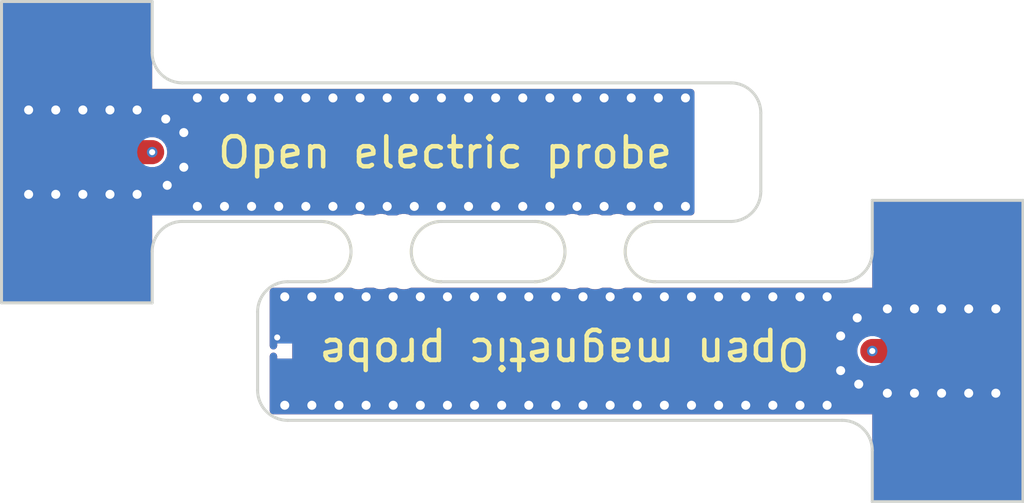
<source format=kicad_pcb>
(kicad_pcb (version 20221018) (generator pcbnew)
  (layers (0 "F.Cu" signal) (1 "In1.Cu" signal) (2 "In2.Cu" signal) (31 "B.Cu" signal) (34 "B.Paste" user) (35 "F.Paste" user) (36 "B.SilkS" user "B.Silkscreen") (37 "F.SilkS" user "F.Silkscreen") (38 "B.Mask" user) (39 "F.Mask" user) (44 "Edge.Cuts" user))
  (net 0 "")
  (net 1 "GND")
  (footprint "Library:mouse-bite-2mm-slot" (layer "F.Cu") (at 137.6 103.3)
    (fp_text reference "mouse-bite-2mm-slot" hide)
    (fp_text value "VAL**" hide)
    (fp_arc (start -2 -1) (mid -1 0) (end -2 1) (stroke (width 0.1)) (layer "F.SilkS"))
    (fp_arc (start 2 1) (mid 1 0) (end 2 -1) (stroke (width 0.1)) (layer "F.SilkS"))
    (pad "" np_thru_hole circle (at -0.75 -0.75) (size 0.5 0.5) (drill 0.5) (layers "*.Cu" "*.Mask"))
    (pad "" np_thru_hole circle (at -0.75 0.75) (size 0.5 0.5) (drill 0.5) (layers "*.Cu" "*.Mask"))
    (pad "" np_thru_hole circle (at 0 -0.75) (size 0.5 0.5) (drill 0.5) (layers "*.Cu" "*.Mask"))
    (pad "" np_thru_hole circle (at 0 0.75) (size 0.5 0.5) (drill 0.5) (layers "*.Cu" "*.Mask"))
    (pad "" np_thru_hole circle (at 0.75 -0.75) (size 0.5 0.5) (drill 0.5) (layers "*.Cu" "*.Mask"))
    (pad "" np_thru_hole circle (at 0.75 0.75) (size 0.5 0.5) (drill 0.5) (layers "*.Cu" "*.Mask"))
  )
  (footprint "Library:mouse-bite-2mm-slot" (layer "F.Cu") (at 144.7 103.3)
    (fp_text reference "mouse-bite-2mm-slot" hide)
    (fp_text value "VAL**" hide)
    (fp_arc (start -2 -1) (mid -1 0) (end -2 1) (stroke (width 0.1)) (layer "F.SilkS"))
    (fp_arc (start 2 1) (mid 1 0) (end 2 -1) (stroke (width 0.1)) (layer "F.SilkS"))
    (pad "" np_thru_hole circle (at -0.75 -0.75) (size 0.5 0.5) (drill 0.5) (layers "*.Cu" "*.Mask"))
    (pad "" np_thru_hole circle (at -0.75 0.75) (size 0.5 0.5) (drill 0.5) (layers "*.Cu" "*.Mask"))
    (pad "" np_thru_hole circle (at 0 -0.75) (size 0.5 0.5) (drill 0.5) (layers "*.Cu" "*.Mask"))
    (pad "" np_thru_hole circle (at 0 0.75) (size 0.5 0.5) (drill 0.5) (layers "*.Cu" "*.Mask"))
    (pad "" np_thru_hole circle (at 0.75 -0.75) (size 0.5 0.5) (drill 0.5) (layers "*.Cu" "*.Mask"))
    (pad "" np_thru_hole circle (at 0.75 0.75) (size 0.5 0.5) (drill 0.5) (layers "*.Cu" "*.Mask"))
  )
  (gr_line (start 150.2 98.7) (end 150.2 101.3) (stroke (width 0.1)) (layer "Edge.Cuts"))
  (gr_line (start 134.5 104.3) (end 135.6 104.3) (stroke (width 0.1)) (layer "Edge.Cuts"))
  (gr_line (start 149.2 102.3) (end 146.7 102.3) (stroke (width 0.1)) (layer "Edge.Cuts"))
  (gr_line (start 158.9 101.6) (end 158.9 106.6) (stroke (width 0.1)) (layer "Edge.Cuts"))
  (gr_arc (start 153.9 103.3) (mid 153.607107 104.007107) (end 152.9 104.3) (stroke (width 0.1)) (layer "Edge.Cuts"))
  (gr_line (start 139.6 104.3) (end 142.7 104.3) (stroke (width 0.1)) (layer "Edge.Cuts"))
  (gr_line (start 130 105) (end 130 103.3) (stroke (width 0.1)) (layer "Edge.Cuts"))
  (gr_arc (start 149.2 97.7) (mid 149.907107 97.992893) (end 150.2 98.7) (stroke (width 0.1)) (layer "Edge.Cuts"))
  (gr_line (start 133.5 105.3) (end 133.5 107.9) (stroke (width 0.1)) (layer "Edge.Cuts"))
  (gr_line (start 125 105) (end 125 100) (stroke (width 0.1)) (layer "Edge.Cuts"))
  (gr_line (start 152.9 104.3) (end 149.5 104.3) (stroke (width 0.1)) (layer "Edge.Cuts"))
  (gr_arc (start 146.7 104.3) (mid 145.7 103.3) (end 146.7 102.3) (stroke (width 0.1)) (layer "Edge.Cuts"))
  (gr_line (start 153.9 101.6) (end 158.9 101.6) (stroke (width 0.1)) (layer "Edge.Cuts"))
  (gr_line (start 153.9 103.3) (end 153.9 101.6) (stroke (width 0.1)) (layer "Edge.Cuts"))
  (gr_line (start 125 100) (end 125 95) (stroke (width 0.1)) (layer "Edge.Cuts"))
  (gr_line (start 149.5 104.3) (end 146.7 104.3) (stroke (width 0.1)) (layer "Edge.Cuts"))
  (gr_line (start 158.9 106.6) (end 158.9 111.6) (stroke (width 0.1)) (layer "Edge.Cuts"))
  (gr_arc (start 131 97.7) (mid 130.292893 97.407107) (end 130 96.7) (stroke (width 0.1)) (layer "Edge.Cuts"))
  (gr_arc (start 150.2 101.3) (mid 149.907107 102.007107) (end 149.2 102.3) (stroke (width 0.1)) (layer "Edge.Cuts"))
  (gr_arc (start 133.5 105.3) (mid 133.792893 104.592893) (end 134.5 104.3) (stroke (width 0.1)) (layer "Edge.Cuts"))
  (gr_arc (start 135.6 102.3) (mid 136.6 103.3) (end 135.6 104.3) (stroke (width 0.1)) (layer "Edge.Cuts"))
  (gr_line (start 158.9 111.6) (end 153.9 111.6) (stroke (width 0.1)) (layer "Edge.Cuts"))
  (gr_line (start 130 95) (end 130 96.7) (stroke (width 0.1)) (layer "Edge.Cuts"))
  (gr_arc (start 142.7 102.3) (mid 143.7 103.3) (end 142.7 104.3) (stroke (width 0.1)) (layer "Edge.Cuts"))
  (gr_line (start 125 95) (end 130 95) (stroke (width 0.1)) (layer "Edge.Cuts"))
  (gr_line (start 134.5 108.9) (end 152.9 108.9) (stroke (width 0.1)) (layer "Edge.Cuts"))
  (gr_arc (start 139.6 104.3) (mid 138.6 103.3) (end 139.6 102.3) (stroke (width 0.1)) (layer "Edge.Cuts"))
  (gr_arc (start 152.9 108.9) (mid 153.607107 109.192893) (end 153.9 109.9) (stroke (width 0.1)) (layer "Edge.Cuts"))
  (gr_line (start 139.6 102.3) (end 142.7 102.3) (stroke (width 0.1)) (layer "Edge.Cuts"))
  (gr_line (start 131 97.7) (end 149.2 97.7) (stroke (width 0.1)) (layer "Edge.Cuts"))
  (gr_line (start 131 102.3) (end 135.6 102.3) (stroke (width 0.1)) (layer "Edge.Cuts"))
  (gr_line (start 153.9 111.6) (end 153.9 109.9) (stroke (width 0.1)) (layer "Edge.Cuts"))
  (gr_line (start 130 105) (end 125 105) (stroke (width 0.1)) (layer "Edge.Cuts"))
  (gr_arc (start 130 103.3) (mid 130.292893 102.592893) (end 131 102.3) (stroke (width 0.1)) (layer "Edge.Cuts"))
  (gr_arc (start 134.5 108.9) (mid 133.792893 108.607107) (end 133.5 107.9) (stroke (width 0.1)) (layer "Edge.Cuts"))
  (gr_text "Open magnetic probe" (at 151.9 106.1 180) (layer "F.SilkS") (effects (font (size 1 1)) (justify left bottom)))
  (gr_text "Open electric probe" (at 132.1 100.6) (layer "F.SilkS") (effects (font (size 1 1)) (justify left bottom)))
  (via (at 147 104.8) (size 0.45) (drill 0.3) (layers "F.Cu" "B.Cu") (net 1))
  (via (at 155.3 108) (size 0.45) (drill 0.3) (layers "F.Cu" "B.Cu") (net 1))
  (via (at 136.9 98.2) (size 0.45) (drill 0.3) (layers "F.Cu" "B.Cu") (net 1))
  (via (at 129.5 98.6) (size 0.45) (drill 0.3) (layers "F.Cu" "B.Cu") (net 1))
  (via (at 138 104.8) (size 0.45) (drill 0.3) (layers "F.Cu" "B.Cu") (net 1))
  (via (at 134.4 104.8) (size 0.45) (drill 0.3) (layers "F.Cu" "B.Cu") (net 1))
  (via (at 126.8 101.4) (size 0.45) (drill 0.3) (layers "F.Cu" "B.Cu") (net 1))
  (via (at 155.3 105.2) (size 0.45) (drill 0.3) (layers "F.Cu" "B.Cu") (net 1))
  (via (at 145 98.2) (size 0.45) (drill 0.3) (layers "F.Cu" "B.Cu") (net 1))
  (via (at 129.5 101.4) (size 0.45) (drill 0.3) (layers "F.Cu" "B.Cu") (net 1))
  (via (at 146.1 104.8) (size 0.45) (drill 0.3) (layers "F.Cu" "B.Cu") (net 1))
  (via (at 141.6 108.4) (size 0.45) (drill 0.3) (layers "F.Cu" "B.Cu") (net 1))
  (via (at 144.3 104.8) (size 0.45) (drill 0.3) (layers "F.Cu" "B.Cu") (net 1))
  (via (at 137.1 104.8) (size 0.45) (drill 0.3) (layers "F.Cu" "B.Cu") (net 1))
  (via (at 152.85 106.1) (size 0.45) (drill 0.3) (layers "F.Cu" "B.Cu") (net 1))
  (via (at 141.6 104.8) (size 0.45) (drill 0.3) (layers "F.Cu" "B.Cu") (net 1))
  (via (at 143.4 108.4) (size 0.45) (drill 0.3) (layers "F.Cu" "B.Cu") (net 1))
  (via (at 125.9 98.6) (size 0.45) (drill 0.3) (layers "F.Cu" "B.Cu") (net 1))
  (via (at 132.4 98.2) (size 0.45) (drill 0.3) (layers "F.Cu" "B.Cu") (net 1))
  (via (at 145.2 108.4) (size 0.45) (drill 0.3) (layers "F.Cu" "B.Cu") (net 1))
  (via (at 138.9 108.4) (size 0.45) (drill 0.3) (layers "F.Cu" "B.Cu") (net 1))
  (via (at 131.5 98.2) (size 0.45) (drill 0.3) (layers "F.Cu" "B.Cu") (net 1))
  (via (at 142.3 98.2) (size 0.45) (drill 0.3) (layers "F.Cu" "B.Cu") (net 1))
  (via (at 137.8 98.2) (size 0.45) (drill 0.3) (layers "F.Cu" "B.Cu") (net 1))
  (via (at 136 101.8) (size 0.45) (drill 0.3) (layers "F.Cu" "B.Cu") (net 1))
  (via (at 143.4 104.8) (size 0.45) (drill 0.3) (layers "F.Cu" "B.Cu") (net 1))
  (via (at 153.45 107.7) (size 0.45) (drill 0.3) (layers "F.Cu" "B.Cu") (net 1))
  (via (at 139.6 101.8) (size 0.45) (drill 0.3) (layers "F.Cu" "B.Cu") (net 1))
  (via (at 158 108) (size 0.45) (drill 0.3) (layers "F.Cu" "B.Cu") (net 1))
  (via (at 138.9 104.8) (size 0.45) (drill 0.3) (layers "F.Cu" "B.Cu") (net 1))
  (via (at 147.7 98.2) (size 0.45) (drill 0.3) (layers "F.Cu" "B.Cu") (net 1))
  (via (at 153.9 106.6) (size 0.35) (drill 0.2) (layers "F.Cu" "B.Cu") (net 1))
  (via (at 153.4 105.5) (size 0.45) (drill 0.3) (layers "F.Cu" "B.Cu") (net 1))
  (via (at 150.6 108.4) (size 0.45) (drill 0.3) (layers "F.Cu" "B.Cu") (net 1))
  (via (at 135.3 104.8) (size 0.45) (drill 0.3) (layers "F.Cu" "B.Cu") (net 1))
  (via (at 152.85 107.25) (size 0.45) (drill 0.3) (layers "F.Cu" "B.Cu") (net 1))
  (via (at 135.3 108.4) (size 0.45) (drill 0.3) (layers "F.Cu" "B.Cu") (net 1))
  (via (at 144.1 98.2) (size 0.45) (drill 0.3) (layers "F.Cu" "B.Cu") (net 1))
  (via (at 137.1 108.4) (size 0.45) (drill 0.3) (layers "F.Cu" "B.Cu") (net 1))
  (via (at 130 100) (size 0.35) (drill 0.2) (layers "F.Cu" "B.Cu") (net 1))
  (via (at 132.4 101.8) (size 0.45) (drill 0.3) (layers "F.Cu" "B.Cu") (net 1))
  (via (at 142.3 101.8) (size 0.45) (drill 0.3) (layers "F.Cu" "B.Cu") (net 1))
  (via (at 142.5 108.4) (size 0.45) (drill 0.3) (layers "F.Cu" "B.Cu") (net 1))
  (via (at 140.5 101.8) (size 0.45) (drill 0.3) (layers "F.Cu" "B.Cu") (net 1))
  (via (at 139.8 108.4) (size 0.45) (drill 0.3) (layers "F.Cu" "B.Cu") (net 1))
  (via (at 151.5 108.4) (size 0.45) (drill 0.3) (layers "F.Cu" "B.Cu") (net 1))
  (via (at 138.7 98.2) (size 0.45) (drill 0.3) (layers "F.Cu" "B.Cu") (net 1))
  (via (at 133.3 98.2) (size 0.45) (drill 0.3) (layers "F.Cu" "B.Cu") (net 1))
  (via (at 156.2 108) (size 0.45) (drill 0.3) (layers "F.Cu" "B.Cu") (net 1))
  (via (at 152.4 104.8) (size 0.45) (drill 0.3) (layers "F.Cu" "B.Cu") (net 1))
  (via (at 135.1 98.2) (size 0.45) (drill 0.3) (layers "F.Cu" "B.Cu") (net 1))
  (via (at 136.9 101.8) (size 0.45) (drill 0.3) (layers "F.Cu" "B.Cu") (net 1))
  (via (at 144.1 101.8) (size 0.45) (drill 0.3) (layers "F.Cu" "B.Cu") (net 1))
  (via (at 141.4 101.8) (size 0.45) (drill 0.3) (layers "F.Cu" "B.Cu") (net 1))
  (via (at 150.6 104.8) (size 0.45) (drill 0.3) (layers "F.Cu" "B.Cu") (net 1))
  (via (at 140.5 98.2) (size 0.45) (drill 0.3) (layers "F.Cu" "B.Cu") (net 1))
  (via (at 131.05 99.35) (size 0.45) (drill 0.3) (layers "F.Cu" "B.Cu") (net 1))
  (via (at 147.7 101.8) (size 0.45) (drill 0.3) (layers "F.Cu" "B.Cu") (net 1))
  (via (at 143.2 101.8) (size 0.45) (drill 0.3) (layers "F.Cu" "B.Cu") (net 1))
  (via (at 127.7 101.4) (size 0.45) (drill 0.3) (layers "F.Cu" "B.Cu") (net 1))
  (via (at 135.1 101.8) (size 0.45) (drill 0.3) (layers "F.Cu" "B.Cu") (net 1))
  (via (at 154.4 108) (size 0.45) (drill 0.3) (layers "F.Cu" "B.Cu") (net 1))
  (via (at 138.7 101.8) (size 0.45) (drill 0.3) (layers "F.Cu" "B.Cu") (net 1))
  (via (at 148.8 104.8) (size 0.45) (drill 0.3) (layers "F.Cu" "B.Cu") (net 1))
  (via (at 145.9 101.8) (size 0.45) (drill 0.3) (layers "F.Cu" "B.Cu") (net 1))
  (via (at 130.45 98.9) (size 0.45) (drill 0.3) (layers "F.Cu" "B.Cu") (net 1))
  (via (at 137.8 101.8) (size 0.45) (drill 0.3) (layers "F.Cu" "B.Cu") (net 1))
  (via (at 146.8 98.2) (size 0.45) (drill 0.3) (layers "F.Cu" "B.Cu") (net 1))
  (via (at 147.9 104.8) (size 0.45) (drill 0.3) (layers "F.Cu" "B.Cu") (net 1))
  (via (at 134.4 108.4) (size 0.45) (drill 0.3) (layers "F.Cu" "B.Cu") (net 1))
  (via (at 140.7 104.8) (size 0.45) (drill 0.3) (layers "F.Cu" "B.Cu") (net 1))
  (via (at 133.3 101.8) (size 0.45) (drill 0.3) (layers "F.Cu" "B.Cu") (net 1))
  (via (at 125.9 101.4) (size 0.45) (drill 0.3) (layers "F.Cu" "B.Cu") (net 1))
  (via (at 134.2 98.2) (size 0.45) (drill 0.3) (layers "F.Cu" "B.Cu") (net 1))
  (via (at 149.7 108.4) (size 0.45) (drill 0.3) (layers "F.Cu" "B.Cu") (net 1))
  (via (at 156.2 105.2) (size 0.45) (drill 0.3) (layers "F.Cu" "B.Cu") (net 1))
  (via (at 128.6 101.4) (size 0.45) (drill 0.3) (layers "F.Cu" "B.Cu") (net 1))
  (via (at 138 108.4) (size 0.45) (drill 0.3) (layers "F.Cu" "B.Cu") (net 1))
  (via (at 157.1 105.2) (size 0.45) (drill 0.3) (layers "F.Cu" "B.Cu") (net 1))
  (via (at 141.4 98.2) (size 0.45) (drill 0.3) (layers "F.Cu" "B.Cu") (net 1))
  (via (at 131.5 101.8) (size 0.45) (drill 0.3) (layers "F.Cu" "B.Cu") (net 1))
  (via (at 146.1 108.4) (size 0.45) (drill 0.3) (layers "F.Cu" "B.Cu") (net 1))
  (via (at 144.3 108.4) (size 0.45) (drill 0.3) (layers "F.Cu" "B.Cu") (net 1))
  (via (at 157.1 108) (size 0.45) (drill 0.3) (layers "F.Cu" "B.Cu") (net 1))
  (via (at 134.2 101.8) (size 0.45) (drill 0.3) (layers "F.Cu" "B.Cu") (net 1))
  (via (at 142.5 104.8) (size 0.45) (drill 0.3) (layers "F.Cu" "B.Cu") (net 1))
  (via (at 136 98.2) (size 0.45) (drill 0.3) (layers "F.Cu" "B.Cu") (net 1))
  (via (at 151.5 104.8) (size 0.45) (drill 0.3) (layers "F.Cu" "B.Cu") (net 1))
  (via (at 145 101.8) (size 0.45) (drill 0.3) (layers "F.Cu" "B.Cu") (net 1))
  (via (at 145.2 104.8) (size 0.45) (drill 0.3) (layers "F.Cu" "B.Cu") (net 1))
  (via (at 136.2 108.4) (size 0.45) (drill 0.3) (layers "F.Cu" "B.Cu") (net 1))
  (via (at 152.4 108.4) (size 0.45) (drill 0.3) (layers "F.Cu" "B.Cu") (net 1))
  (via (at 139.6 98.2) (size 0.45) (drill 0.3) (layers "F.Cu" "B.Cu") (net 1))
  (via (at 147 108.4) (size 0.45) (drill 0.3) (layers "F.Cu" "B.Cu") (net 1))
  (via (at 127.7 98.6) (size 0.45) (drill 0.3) (layers "F.Cu" "B.Cu") (net 1))
  (via (at 147.9 108.4) (size 0.45) (drill 0.3) (layers "F.Cu" "B.Cu") (net 1))
  (via (at 158 105.2) (size 0.45) (drill 0.3) (layers "F.Cu" "B.Cu") (net 1))
  (via (at 149.7 104.8) (size 0.45) (drill 0.3) (layers "F.Cu" "B.Cu") (net 1))
  (via (at 145.9 98.2) (size 0.45) (drill 0.3) (layers "F.Cu" "B.Cu") (net 1))
  (via (at 128.6 98.6) (size 0.45) (drill 0.3) (layers "F.Cu" "B.Cu") (net 1))
  (via (at 134.15 106.15) (size 0.35) (drill 0.2) (layers "F.Cu" "B.Cu") (net 1))
  (via (at 148.8 108.4) (size 0.45) (drill 0.3) (layers "F.Cu" "B.Cu") (net 1))
  (via (at 143.2 98.2) (size 0.45) (drill 0.3) (layers "F.Cu" "B.Cu") (net 1))
  (via (at 126.8 98.6) (size 0.45) (drill 0.3) (layers "F.Cu" "B.Cu") (net 1))
  (via (at 131.05 100.5) (size 0.45) (drill 0.3) (layers "F.Cu" "B.Cu") (net 1))
  (via (at 140.7 108.4) (size 0.45) (drill 0.3) (layers "F.Cu" "B.Cu") (net 1))
  (via (at 154.4 105.2) (size 0.45) (drill 0.3) (layers "F.Cu" "B.Cu") (net 1))
  (via (at 136.2 104.8) (size 0.45) (drill 0.3) (layers "F.Cu" "B.Cu") (net 1))
  (via (at 139.8 104.8) (size 0.45) (drill 0.3) (layers "F.Cu" "B.Cu") (net 1))
  (via (at 146.8 101.8) (size 0.45) (drill 0.3) (layers "F.Cu" "B.Cu") (net 1))
  (via (at 130.5 101.1) (size 0.45) (drill 0.3) (layers "F.Cu" "B.Cu") (net 1))
  (zone (net 1) (net_name "GND") (layer "F.Cu") (connect_pads (clearance 0.5)) (min_thickness 0.25) (fill yes (thermal_gap 0.5) (thermal_bridge_width 0.5) (island_removal_mode 1) (island_area_min 10))
    (polygon (pts (xy 158.9 107) (xy 158.9 106.6) (xy 158.9 106.2) (arc (start 153.9 106.2) (mid 153.5 106.6) (end 153.9 107))))
  )
  (zone (net 1) (net_name "GND") (layer "F.Cu") (connect_pads (clearance 0.5)) (min_thickness 0.25) (fill yes (thermal_gap 0.5) (thermal_bridge_width 0.5))
    (polygon (pts (xy 153.4 106.1) (xy 153.828477 106.102544) (xy 153.691224 106.142845) (xy 153.570886 106.220182) (xy 153.47721 106.32829) (xy 153.417787 106.458409) (xy 153.397429 106.6) (xy 153.417787 106.741591) (xy 153.47721 106.87171) (xy 153.570886 106.979818) (xy 153.691224 107.057155) (xy 153.828477 107.097456) (xy 153.9 107.1) (xy 158.9 107.1) (xy 158.9 111.6) (xy 153.9 111.6) (xy 153.9 108.7) (xy 133.9 108.7) (xy 133.9 106.65) (xy 134.15 106.65) (xy 134.15 106.85) (xy 134.65 106.85) (xy 134.65 106.35) (xy 134.15 106.35) (xy 134.15 106.55) (xy 133.9 106.55) (xy 133.9 104.5) (xy 153.9 104.5) (xy 153.9 101.6) (xy 158.9 101.6) (xy 158.9 106.1) (xy 153.9 106.1) (xy 153.828477 106.102544) (xy 153.691224 106.142845) (xy 153.570886 106.220182) (xy 153.47721 106.32829) (xy 153.417787 106.458409) (xy 153.397429 106.6) (xy 153.417787 106.741591) (xy 153.47721 106.87171) (xy 153.570886 106.979818) (xy 153.691224 107.057155) (xy 153.828477 107.097456) (xy 153.4 107.1)))
  )
  (zone (net 1) (net_name "GND") (layer "F.Cu") (connect_pads (clearance 0.5)) (min_thickness 0.25) (fill yes (thermal_gap 0.5) (thermal_bridge_width 0.5) (island_removal_mode 1) (island_area_min 10))
    (polygon (pts (xy 125 99.6) (xy 125 100) (xy 125 100.4) (arc (start 130 100.4) (mid 130.4 100) (end 130 99.6))))
  )
  (zone (net 1) (net_name "GND") (layer "F.Cu") (connect_pads (clearance 0.5)) (min_thickness 0.25) (fill yes (thermal_gap 0.5) (thermal_bridge_width 0.5))
    (polygon (pts (xy 130.5 100.5) (xy 130.071523 100.497456) (xy 130.208776 100.457155) (xy 130.329114 100.379818) (xy 130.42279 100.27171) (xy 130.482213 100.141591) (xy 130.502571 100) (xy 130.482213 99.858409) (xy 130.42279 99.72829) (xy 130.329114 99.620182) (xy 130.208776 99.542845) (xy 130.071523 99.502544) (xy 130 99.5) (xy 125 99.5) (xy 125 95) (xy 130 95) (xy 130 97.9) (xy 148 97.9) (xy 148 102.1) (xy 130 102.1) (xy 130 105) (xy 125 105) (xy 125 100.5) (xy 130 100.5) (xy 130.071523 100.497456) (xy 130.208776 100.457155) (xy 130.329114 100.379818) (xy 130.42279 100.27171) (xy 130.482213 100.141591) (xy 130.502571 100) (xy 130.482213 99.858409) (xy 130.42279 99.72829) (xy 130.329114 99.620182) (xy 130.208776 99.542845) (xy 130.071523 99.502544) (xy 130.5 99.5)))
  )
  (zone (net 0) (net_name "") (layer "B.Cu") (connect_pads (clearance 0)) (min_thickness 0.25)
    (keepout (tracks allowed) (vias allowed) (pads allowed) (copperpour not_allowed) (footprints allowed))
    (fill (thermal_gap 0.5) (thermal_bridge_width 0.5) (island_removal_mode 1) (island_area_min 10))
    (polygon (pts (xy 153.4 106.6) (xy 153.420254 106.740866) (xy 153.479373 106.87032) (xy 153.57257 106.977875) (xy 153.692292 107.054816) (xy 153.828843 107.094911) (xy 153.971157 107.094911) (xy 154.107708 107.054816) (xy 154.22743 106.977875) (xy 154.320627 106.87032) (xy 154.379746 106.740866) (xy 154.4 106.6) (xy 154.379746 106.459134) (xy 154.320627 106.32968) (xy 154.22743 106.222125) (xy 154.107708 106.145184) (xy 153.971157 106.105089) (xy 153.828843 106.105089) (xy 153.692292 106.145184) (xy 153.57257 106.222125) (xy 153.479373 106.32968) (xy 153.420254 106.459134)))
  )
  (zone (net 1) (net_name "GND") (layer "B.Cu") (priority 1) (connect_pads (clearance 0)) (min_thickness 0.25) (fill yes (thermal_gap 0.5) (thermal_bridge_width 0.5) (island_removal_mode 1) (island_area_min 10))
    (polygon (pts (xy 148 97.9) (xy 130 97.9) (xy 130 95) (xy 125 95) (xy 125 105) (xy 130 105) (xy 130 102.1) (xy 148 102.1)))
  )
  (zone (net 0) (net_name "") (layer "B.Cu") (connect_pads (clearance 0)) (min_thickness 0.25)
    (keepout (tracks allowed) (vias allowed) (pads allowed) (copperpour not_allowed) (footprints allowed))
    (fill (thermal_gap 0.5) (thermal_bridge_width 0.5) (island_removal_mode 1) (island_area_min 10))
    (polygon (pts (xy 130.5 100) (xy 130.479746 99.859134) (xy 130.420627 99.72968) (xy 130.32743 99.622125) (xy 130.207708 99.545184) (xy 130.071157 99.505089) (xy 129.928843 99.505089) (xy 129.792292 99.545184) (xy 129.67257 99.622125) (xy 129.579373 99.72968) (xy 129.520254 99.859134) (xy 129.5 100) (xy 129.520254 100.140866) (xy 129.579373 100.27032) (xy 129.67257 100.377875) (xy 129.792292 100.454816) (xy 129.928843 100.494911) (xy 130.071157 100.494911) (xy 130.207708 100.454816) (xy 130.32743 100.377875) (xy 130.420627 100.27032) (xy 130.479746 100.140866)))
  )
  (zone (net 1) (net_name "GND") (layer "B.Cu") (priority 1) (connect_pads (clearance 0)) (min_thickness 0.25) (fill yes (thermal_gap 0.5) (thermal_bridge_width 0.5) (island_removal_mode 1) (island_area_min 10))
    (polygon (pts (xy 134.65 106.85) (xy 134.15 106.85) (xy 134.15 106.65) (xy 133.9 106.65) (xy 133.9 108.7) (xy 153.9 108.7) (xy 153.9 111.6) (xy 158.9 111.6) (xy 158.9 101.6) (xy 153.9 101.6) (xy 153.9 104.5) (xy 133.9 104.5) (xy 133.9 106.55) (xy 134.15 106.55) (xy 134.15 106.35) (xy 134.65 106.35)))
  )
)
</source>
